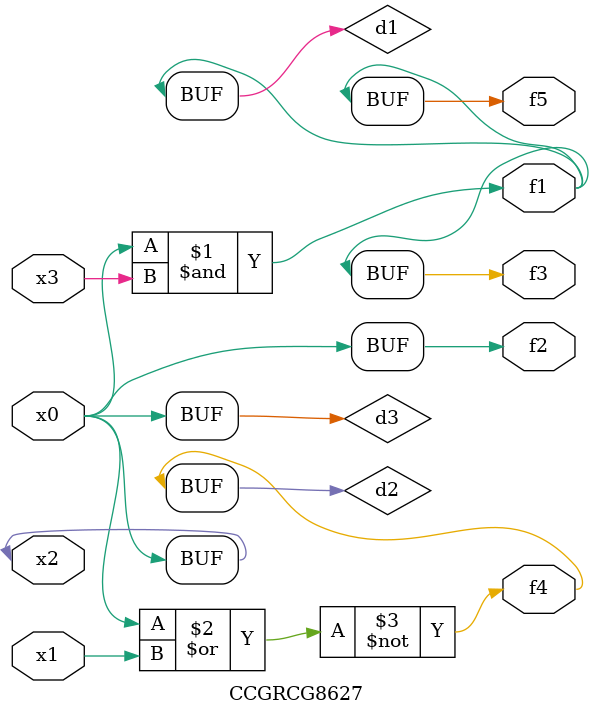
<source format=v>
module CCGRCG8627(
	input x0, x1, x2, x3,
	output f1, f2, f3, f4, f5
);

	wire d1, d2, d3;

	and (d1, x2, x3);
	nor (d2, x0, x1);
	buf (d3, x0, x2);
	assign f1 = d1;
	assign f2 = d3;
	assign f3 = d1;
	assign f4 = d2;
	assign f5 = d1;
endmodule

</source>
